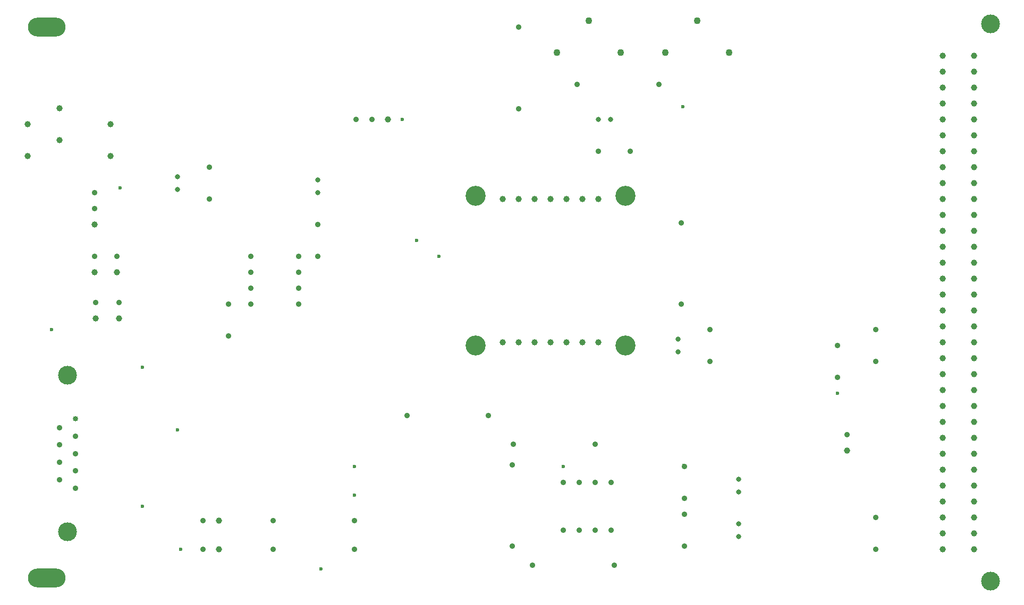
<source format=gbr>
G04 Generated by Ultiboard 10.0 *
%FSLAX25Y25*%
%MOIN*%

%ADD11C,0.02362*%
%ADD44O,0.23622X0.11811*%
%ADD13C,0.03500*%
%ADD45C,0.11833*%
%ADD46C,0.03333*%
%ADD16C,0.03150*%
%ADD17C,0.03543*%
%ADD18C,0.03917*%
%ADD20C,0.03937*%
%ADD47C,0.12598*%
%ADD15C,0.04333*%
%ADD12C,0.11811*%


G04 ColorRGB 000000 for the following layer *
%LNBohrung-Copper Top-Copper Bottom*%
%LPD*%
%FSLAX25Y25*%
%MOIN*%
G54D11*
X249000Y312000D03*
X110000Y42000D03*
X86000Y68984D03*
X108000Y117000D03*
X29000Y180000D03*
X86000Y156467D03*
X198050Y29550D03*
X219000Y76000D03*
X219000Y94000D03*
X72000Y269000D03*
X303000Y126000D03*
X350000Y94000D03*
X258000Y236000D03*
X272000Y226000D03*
X425714Y94714D03*
X425000Y320000D03*
X522000Y140000D03*
G54D44*
X26000Y24000D03*
X26000Y370000D03*
G54D13*
X34000Y96667D03*
X34000Y85750D03*
X34000Y107583D03*
X34000Y118500D03*
X44000Y91250D03*
X44000Y80333D03*
X44000Y113083D03*
X44000Y102167D03*
X56000Y266000D03*
X56000Y256000D03*
X140000Y176000D03*
X140000Y196000D03*
X124000Y60000D03*
X124000Y42000D03*
X56811Y197038D03*
X56000Y226000D03*
X71548Y197038D03*
X70000Y226000D03*
X196000Y226000D03*
X196000Y246000D03*
X154000Y206000D03*
X154000Y196000D03*
X154000Y216000D03*
X154000Y226000D03*
X184000Y206000D03*
X184000Y196000D03*
X184000Y216000D03*
X184000Y226000D03*
X128000Y282000D03*
X128000Y262000D03*
X220000Y312000D03*
X230000Y312000D03*
X380000Y54000D03*
X380000Y84000D03*
X360000Y54000D03*
X350000Y54000D03*
X370000Y54000D03*
X360000Y84000D03*
X350000Y84000D03*
X370000Y84000D03*
X425977Y94169D03*
X425977Y74169D03*
X426000Y64000D03*
X426000Y44000D03*
X442000Y160000D03*
X442000Y180000D03*
X372000Y292000D03*
X392000Y292000D03*
X546000Y62000D03*
X546000Y42000D03*
X528000Y114000D03*
X522000Y150000D03*
X522000Y170000D03*
X546000Y160000D03*
X546000Y180000D03*
G54D45*
X39000Y52917D03*
X39000Y151333D03*
G54D46*
X44000Y124000D03*
G54D16*
X108000Y276000D03*
X108000Y268126D03*
X196000Y266126D03*
X196000Y274000D03*
X460000Y50126D03*
X460000Y58000D03*
X460000Y78126D03*
X460000Y86000D03*
X422000Y174000D03*
X422000Y166126D03*
X379874Y312000D03*
X372000Y312000D03*
G54D17*
X252000Y126000D03*
X303181Y126000D03*
X168000Y60000D03*
X219181Y60000D03*
X168000Y42000D03*
X219181Y42000D03*
X330819Y32000D03*
X382000Y32000D03*
X318000Y44000D03*
X318000Y95181D03*
X318819Y108000D03*
X370000Y108000D03*
X424000Y196000D03*
X424000Y247181D03*
X358819Y334000D03*
X410000Y334000D03*
X322000Y318819D03*
X322000Y370000D03*
G54D18*
X56000Y246000D03*
X134000Y60000D03*
X134000Y42000D03*
X56811Y187038D03*
X56000Y216000D03*
X71548Y187038D03*
X70000Y216000D03*
X240000Y312000D03*
X528000Y104000D03*
G54D20*
X66000Y309000D03*
X34000Y319000D03*
X14000Y309000D03*
X66000Y289000D03*
X34000Y299000D03*
X14000Y289000D03*
X312000Y172000D03*
X342000Y172000D03*
X332000Y172000D03*
X322000Y172000D03*
X362000Y172000D03*
X352000Y172000D03*
X372000Y172000D03*
X312000Y262000D03*
X342000Y262000D03*
X332000Y262000D03*
X322000Y262000D03*
X362000Y262000D03*
X352000Y262000D03*
X372000Y262000D03*
X607685Y252000D03*
X588000Y252000D03*
X607685Y122000D03*
X588000Y122000D03*
X607685Y62000D03*
X588000Y62000D03*
X588000Y42000D03*
X588000Y52000D03*
X607685Y42000D03*
X607685Y52000D03*
X588000Y92000D03*
X588000Y82000D03*
X588000Y72000D03*
X588000Y112000D03*
X588000Y102000D03*
X607685Y92000D03*
X607685Y82000D03*
X607685Y72000D03*
X607685Y112000D03*
X607685Y102000D03*
X588000Y192000D03*
X607685Y192000D03*
X588000Y162000D03*
X588000Y142000D03*
X588000Y132000D03*
X588000Y152000D03*
X588000Y172000D03*
X588000Y182000D03*
X607685Y162000D03*
X607685Y142000D03*
X607685Y132000D03*
X607685Y152000D03*
X607685Y172000D03*
X607685Y182000D03*
X588000Y222000D03*
X588000Y202000D03*
X588000Y212000D03*
X588000Y232000D03*
X588000Y242000D03*
X607685Y222000D03*
X607685Y202000D03*
X607685Y212000D03*
X607685Y232000D03*
X607685Y242000D03*
X607685Y312000D03*
X588000Y312000D03*
X588000Y282000D03*
X588000Y272000D03*
X588000Y262000D03*
X588000Y302000D03*
X588000Y292000D03*
X607685Y282000D03*
X607685Y272000D03*
X607685Y262000D03*
X607685Y302000D03*
X607685Y292000D03*
X588000Y342000D03*
X588000Y332000D03*
X588000Y322000D03*
X588000Y352000D03*
X607685Y342000D03*
X607685Y332000D03*
X607685Y322000D03*
X607685Y352000D03*
G54D47*
X295000Y170000D03*
X389000Y170000D03*
X295000Y264000D03*
X389000Y264000D03*
G54D15*
X366000Y374000D03*
X346000Y354000D03*
X386000Y354000D03*
X434000Y374000D03*
X414000Y354000D03*
X454000Y354000D03*
G54D12*
X618000Y22000D03*
X618000Y372000D03*

M00*

</source>
